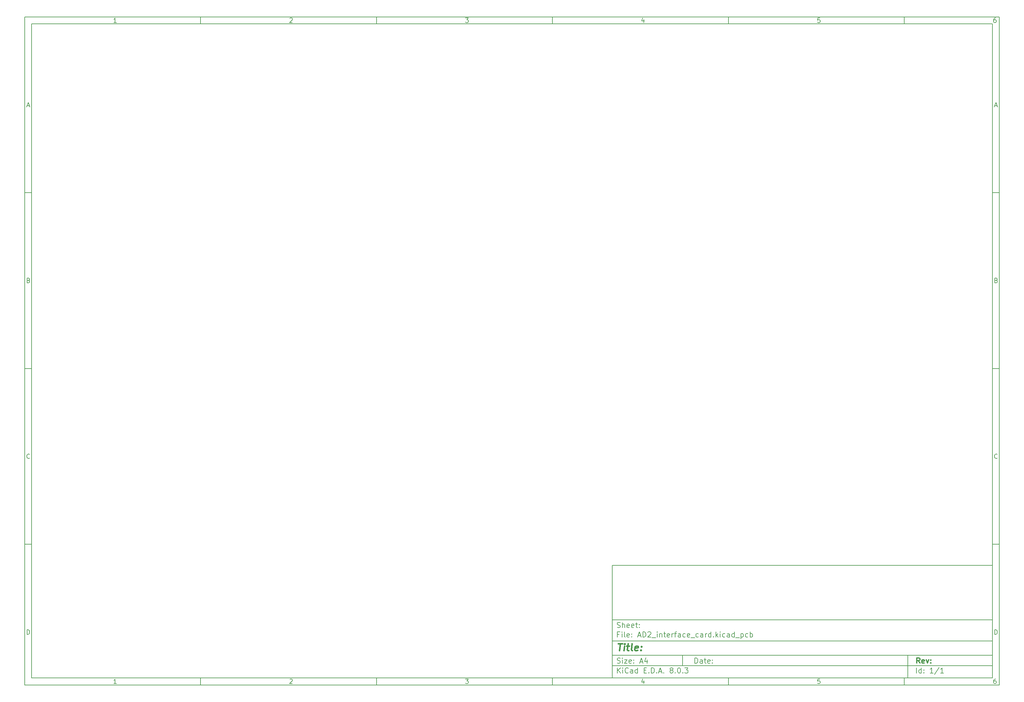
<source format=gbr>
%TF.GenerationSoftware,KiCad,Pcbnew,8.0.3*%
%TF.CreationDate,2024-12-12T12:19:01+09:00*%
%TF.ProjectId,AD2_interface_card,4144325f-696e-4746-9572-666163655f63,rev?*%
%TF.SameCoordinates,Original*%
%TF.FileFunction,Legend,Bot*%
%TF.FilePolarity,Positive*%
%FSLAX46Y46*%
G04 Gerber Fmt 4.6, Leading zero omitted, Abs format (unit mm)*
G04 Created by KiCad (PCBNEW 8.0.3) date 2024-12-12 12:19:01*
%MOMM*%
%LPD*%
G01*
G04 APERTURE LIST*
%ADD10C,0.100000*%
%ADD11C,0.150000*%
%ADD12C,0.300000*%
%ADD13C,0.400000*%
G04 APERTURE END LIST*
D10*
D11*
X177002200Y-166007200D02*
X285002200Y-166007200D01*
X285002200Y-198007200D01*
X177002200Y-198007200D01*
X177002200Y-166007200D01*
D10*
D11*
X10000000Y-10000000D02*
X287002200Y-10000000D01*
X287002200Y-200007200D01*
X10000000Y-200007200D01*
X10000000Y-10000000D01*
D10*
D11*
X12000000Y-12000000D02*
X285002200Y-12000000D01*
X285002200Y-198007200D01*
X12000000Y-198007200D01*
X12000000Y-12000000D01*
D10*
D11*
X60000000Y-12000000D02*
X60000000Y-10000000D01*
D10*
D11*
X110000000Y-12000000D02*
X110000000Y-10000000D01*
D10*
D11*
X160000000Y-12000000D02*
X160000000Y-10000000D01*
D10*
D11*
X210000000Y-12000000D02*
X210000000Y-10000000D01*
D10*
D11*
X260000000Y-12000000D02*
X260000000Y-10000000D01*
D10*
D11*
X36089160Y-11593604D02*
X35346303Y-11593604D01*
X35717731Y-11593604D02*
X35717731Y-10293604D01*
X35717731Y-10293604D02*
X35593922Y-10479319D01*
X35593922Y-10479319D02*
X35470112Y-10603128D01*
X35470112Y-10603128D02*
X35346303Y-10665033D01*
D10*
D11*
X85346303Y-10417414D02*
X85408207Y-10355509D01*
X85408207Y-10355509D02*
X85532017Y-10293604D01*
X85532017Y-10293604D02*
X85841541Y-10293604D01*
X85841541Y-10293604D02*
X85965350Y-10355509D01*
X85965350Y-10355509D02*
X86027255Y-10417414D01*
X86027255Y-10417414D02*
X86089160Y-10541223D01*
X86089160Y-10541223D02*
X86089160Y-10665033D01*
X86089160Y-10665033D02*
X86027255Y-10850747D01*
X86027255Y-10850747D02*
X85284398Y-11593604D01*
X85284398Y-11593604D02*
X86089160Y-11593604D01*
D10*
D11*
X135284398Y-10293604D02*
X136089160Y-10293604D01*
X136089160Y-10293604D02*
X135655826Y-10788842D01*
X135655826Y-10788842D02*
X135841541Y-10788842D01*
X135841541Y-10788842D02*
X135965350Y-10850747D01*
X135965350Y-10850747D02*
X136027255Y-10912652D01*
X136027255Y-10912652D02*
X136089160Y-11036461D01*
X136089160Y-11036461D02*
X136089160Y-11345985D01*
X136089160Y-11345985D02*
X136027255Y-11469795D01*
X136027255Y-11469795D02*
X135965350Y-11531700D01*
X135965350Y-11531700D02*
X135841541Y-11593604D01*
X135841541Y-11593604D02*
X135470112Y-11593604D01*
X135470112Y-11593604D02*
X135346303Y-11531700D01*
X135346303Y-11531700D02*
X135284398Y-11469795D01*
D10*
D11*
X185965350Y-10726938D02*
X185965350Y-11593604D01*
X185655826Y-10231700D02*
X185346303Y-11160271D01*
X185346303Y-11160271D02*
X186151064Y-11160271D01*
D10*
D11*
X236027255Y-10293604D02*
X235408207Y-10293604D01*
X235408207Y-10293604D02*
X235346303Y-10912652D01*
X235346303Y-10912652D02*
X235408207Y-10850747D01*
X235408207Y-10850747D02*
X235532017Y-10788842D01*
X235532017Y-10788842D02*
X235841541Y-10788842D01*
X235841541Y-10788842D02*
X235965350Y-10850747D01*
X235965350Y-10850747D02*
X236027255Y-10912652D01*
X236027255Y-10912652D02*
X236089160Y-11036461D01*
X236089160Y-11036461D02*
X236089160Y-11345985D01*
X236089160Y-11345985D02*
X236027255Y-11469795D01*
X236027255Y-11469795D02*
X235965350Y-11531700D01*
X235965350Y-11531700D02*
X235841541Y-11593604D01*
X235841541Y-11593604D02*
X235532017Y-11593604D01*
X235532017Y-11593604D02*
X235408207Y-11531700D01*
X235408207Y-11531700D02*
X235346303Y-11469795D01*
D10*
D11*
X285965350Y-10293604D02*
X285717731Y-10293604D01*
X285717731Y-10293604D02*
X285593922Y-10355509D01*
X285593922Y-10355509D02*
X285532017Y-10417414D01*
X285532017Y-10417414D02*
X285408207Y-10603128D01*
X285408207Y-10603128D02*
X285346303Y-10850747D01*
X285346303Y-10850747D02*
X285346303Y-11345985D01*
X285346303Y-11345985D02*
X285408207Y-11469795D01*
X285408207Y-11469795D02*
X285470112Y-11531700D01*
X285470112Y-11531700D02*
X285593922Y-11593604D01*
X285593922Y-11593604D02*
X285841541Y-11593604D01*
X285841541Y-11593604D02*
X285965350Y-11531700D01*
X285965350Y-11531700D02*
X286027255Y-11469795D01*
X286027255Y-11469795D02*
X286089160Y-11345985D01*
X286089160Y-11345985D02*
X286089160Y-11036461D01*
X286089160Y-11036461D02*
X286027255Y-10912652D01*
X286027255Y-10912652D02*
X285965350Y-10850747D01*
X285965350Y-10850747D02*
X285841541Y-10788842D01*
X285841541Y-10788842D02*
X285593922Y-10788842D01*
X285593922Y-10788842D02*
X285470112Y-10850747D01*
X285470112Y-10850747D02*
X285408207Y-10912652D01*
X285408207Y-10912652D02*
X285346303Y-11036461D01*
D10*
D11*
X60000000Y-198007200D02*
X60000000Y-200007200D01*
D10*
D11*
X110000000Y-198007200D02*
X110000000Y-200007200D01*
D10*
D11*
X160000000Y-198007200D02*
X160000000Y-200007200D01*
D10*
D11*
X210000000Y-198007200D02*
X210000000Y-200007200D01*
D10*
D11*
X260000000Y-198007200D02*
X260000000Y-200007200D01*
D10*
D11*
X36089160Y-199600804D02*
X35346303Y-199600804D01*
X35717731Y-199600804D02*
X35717731Y-198300804D01*
X35717731Y-198300804D02*
X35593922Y-198486519D01*
X35593922Y-198486519D02*
X35470112Y-198610328D01*
X35470112Y-198610328D02*
X35346303Y-198672233D01*
D10*
D11*
X85346303Y-198424614D02*
X85408207Y-198362709D01*
X85408207Y-198362709D02*
X85532017Y-198300804D01*
X85532017Y-198300804D02*
X85841541Y-198300804D01*
X85841541Y-198300804D02*
X85965350Y-198362709D01*
X85965350Y-198362709D02*
X86027255Y-198424614D01*
X86027255Y-198424614D02*
X86089160Y-198548423D01*
X86089160Y-198548423D02*
X86089160Y-198672233D01*
X86089160Y-198672233D02*
X86027255Y-198857947D01*
X86027255Y-198857947D02*
X85284398Y-199600804D01*
X85284398Y-199600804D02*
X86089160Y-199600804D01*
D10*
D11*
X135284398Y-198300804D02*
X136089160Y-198300804D01*
X136089160Y-198300804D02*
X135655826Y-198796042D01*
X135655826Y-198796042D02*
X135841541Y-198796042D01*
X135841541Y-198796042D02*
X135965350Y-198857947D01*
X135965350Y-198857947D02*
X136027255Y-198919852D01*
X136027255Y-198919852D02*
X136089160Y-199043661D01*
X136089160Y-199043661D02*
X136089160Y-199353185D01*
X136089160Y-199353185D02*
X136027255Y-199476995D01*
X136027255Y-199476995D02*
X135965350Y-199538900D01*
X135965350Y-199538900D02*
X135841541Y-199600804D01*
X135841541Y-199600804D02*
X135470112Y-199600804D01*
X135470112Y-199600804D02*
X135346303Y-199538900D01*
X135346303Y-199538900D02*
X135284398Y-199476995D01*
D10*
D11*
X185965350Y-198734138D02*
X185965350Y-199600804D01*
X185655826Y-198238900D02*
X185346303Y-199167471D01*
X185346303Y-199167471D02*
X186151064Y-199167471D01*
D10*
D11*
X236027255Y-198300804D02*
X235408207Y-198300804D01*
X235408207Y-198300804D02*
X235346303Y-198919852D01*
X235346303Y-198919852D02*
X235408207Y-198857947D01*
X235408207Y-198857947D02*
X235532017Y-198796042D01*
X235532017Y-198796042D02*
X235841541Y-198796042D01*
X235841541Y-198796042D02*
X235965350Y-198857947D01*
X235965350Y-198857947D02*
X236027255Y-198919852D01*
X236027255Y-198919852D02*
X236089160Y-199043661D01*
X236089160Y-199043661D02*
X236089160Y-199353185D01*
X236089160Y-199353185D02*
X236027255Y-199476995D01*
X236027255Y-199476995D02*
X235965350Y-199538900D01*
X235965350Y-199538900D02*
X235841541Y-199600804D01*
X235841541Y-199600804D02*
X235532017Y-199600804D01*
X235532017Y-199600804D02*
X235408207Y-199538900D01*
X235408207Y-199538900D02*
X235346303Y-199476995D01*
D10*
D11*
X285965350Y-198300804D02*
X285717731Y-198300804D01*
X285717731Y-198300804D02*
X285593922Y-198362709D01*
X285593922Y-198362709D02*
X285532017Y-198424614D01*
X285532017Y-198424614D02*
X285408207Y-198610328D01*
X285408207Y-198610328D02*
X285346303Y-198857947D01*
X285346303Y-198857947D02*
X285346303Y-199353185D01*
X285346303Y-199353185D02*
X285408207Y-199476995D01*
X285408207Y-199476995D02*
X285470112Y-199538900D01*
X285470112Y-199538900D02*
X285593922Y-199600804D01*
X285593922Y-199600804D02*
X285841541Y-199600804D01*
X285841541Y-199600804D02*
X285965350Y-199538900D01*
X285965350Y-199538900D02*
X286027255Y-199476995D01*
X286027255Y-199476995D02*
X286089160Y-199353185D01*
X286089160Y-199353185D02*
X286089160Y-199043661D01*
X286089160Y-199043661D02*
X286027255Y-198919852D01*
X286027255Y-198919852D02*
X285965350Y-198857947D01*
X285965350Y-198857947D02*
X285841541Y-198796042D01*
X285841541Y-198796042D02*
X285593922Y-198796042D01*
X285593922Y-198796042D02*
X285470112Y-198857947D01*
X285470112Y-198857947D02*
X285408207Y-198919852D01*
X285408207Y-198919852D02*
X285346303Y-199043661D01*
D10*
D11*
X10000000Y-60000000D02*
X12000000Y-60000000D01*
D10*
D11*
X10000000Y-110000000D02*
X12000000Y-110000000D01*
D10*
D11*
X10000000Y-160000000D02*
X12000000Y-160000000D01*
D10*
D11*
X10690476Y-35222176D02*
X11309523Y-35222176D01*
X10566666Y-35593604D02*
X10999999Y-34293604D01*
X10999999Y-34293604D02*
X11433333Y-35593604D01*
D10*
D11*
X11092857Y-84912652D02*
X11278571Y-84974557D01*
X11278571Y-84974557D02*
X11340476Y-85036461D01*
X11340476Y-85036461D02*
X11402380Y-85160271D01*
X11402380Y-85160271D02*
X11402380Y-85345985D01*
X11402380Y-85345985D02*
X11340476Y-85469795D01*
X11340476Y-85469795D02*
X11278571Y-85531700D01*
X11278571Y-85531700D02*
X11154761Y-85593604D01*
X11154761Y-85593604D02*
X10659523Y-85593604D01*
X10659523Y-85593604D02*
X10659523Y-84293604D01*
X10659523Y-84293604D02*
X11092857Y-84293604D01*
X11092857Y-84293604D02*
X11216666Y-84355509D01*
X11216666Y-84355509D02*
X11278571Y-84417414D01*
X11278571Y-84417414D02*
X11340476Y-84541223D01*
X11340476Y-84541223D02*
X11340476Y-84665033D01*
X11340476Y-84665033D02*
X11278571Y-84788842D01*
X11278571Y-84788842D02*
X11216666Y-84850747D01*
X11216666Y-84850747D02*
X11092857Y-84912652D01*
X11092857Y-84912652D02*
X10659523Y-84912652D01*
D10*
D11*
X11402380Y-135469795D02*
X11340476Y-135531700D01*
X11340476Y-135531700D02*
X11154761Y-135593604D01*
X11154761Y-135593604D02*
X11030952Y-135593604D01*
X11030952Y-135593604D02*
X10845238Y-135531700D01*
X10845238Y-135531700D02*
X10721428Y-135407890D01*
X10721428Y-135407890D02*
X10659523Y-135284080D01*
X10659523Y-135284080D02*
X10597619Y-135036461D01*
X10597619Y-135036461D02*
X10597619Y-134850747D01*
X10597619Y-134850747D02*
X10659523Y-134603128D01*
X10659523Y-134603128D02*
X10721428Y-134479319D01*
X10721428Y-134479319D02*
X10845238Y-134355509D01*
X10845238Y-134355509D02*
X11030952Y-134293604D01*
X11030952Y-134293604D02*
X11154761Y-134293604D01*
X11154761Y-134293604D02*
X11340476Y-134355509D01*
X11340476Y-134355509D02*
X11402380Y-134417414D01*
D10*
D11*
X10659523Y-185593604D02*
X10659523Y-184293604D01*
X10659523Y-184293604D02*
X10969047Y-184293604D01*
X10969047Y-184293604D02*
X11154761Y-184355509D01*
X11154761Y-184355509D02*
X11278571Y-184479319D01*
X11278571Y-184479319D02*
X11340476Y-184603128D01*
X11340476Y-184603128D02*
X11402380Y-184850747D01*
X11402380Y-184850747D02*
X11402380Y-185036461D01*
X11402380Y-185036461D02*
X11340476Y-185284080D01*
X11340476Y-185284080D02*
X11278571Y-185407890D01*
X11278571Y-185407890D02*
X11154761Y-185531700D01*
X11154761Y-185531700D02*
X10969047Y-185593604D01*
X10969047Y-185593604D02*
X10659523Y-185593604D01*
D10*
D11*
X287002200Y-60000000D02*
X285002200Y-60000000D01*
D10*
D11*
X287002200Y-110000000D02*
X285002200Y-110000000D01*
D10*
D11*
X287002200Y-160000000D02*
X285002200Y-160000000D01*
D10*
D11*
X285692676Y-35222176D02*
X286311723Y-35222176D01*
X285568866Y-35593604D02*
X286002199Y-34293604D01*
X286002199Y-34293604D02*
X286435533Y-35593604D01*
D10*
D11*
X286095057Y-84912652D02*
X286280771Y-84974557D01*
X286280771Y-84974557D02*
X286342676Y-85036461D01*
X286342676Y-85036461D02*
X286404580Y-85160271D01*
X286404580Y-85160271D02*
X286404580Y-85345985D01*
X286404580Y-85345985D02*
X286342676Y-85469795D01*
X286342676Y-85469795D02*
X286280771Y-85531700D01*
X286280771Y-85531700D02*
X286156961Y-85593604D01*
X286156961Y-85593604D02*
X285661723Y-85593604D01*
X285661723Y-85593604D02*
X285661723Y-84293604D01*
X285661723Y-84293604D02*
X286095057Y-84293604D01*
X286095057Y-84293604D02*
X286218866Y-84355509D01*
X286218866Y-84355509D02*
X286280771Y-84417414D01*
X286280771Y-84417414D02*
X286342676Y-84541223D01*
X286342676Y-84541223D02*
X286342676Y-84665033D01*
X286342676Y-84665033D02*
X286280771Y-84788842D01*
X286280771Y-84788842D02*
X286218866Y-84850747D01*
X286218866Y-84850747D02*
X286095057Y-84912652D01*
X286095057Y-84912652D02*
X285661723Y-84912652D01*
D10*
D11*
X286404580Y-135469795D02*
X286342676Y-135531700D01*
X286342676Y-135531700D02*
X286156961Y-135593604D01*
X286156961Y-135593604D02*
X286033152Y-135593604D01*
X286033152Y-135593604D02*
X285847438Y-135531700D01*
X285847438Y-135531700D02*
X285723628Y-135407890D01*
X285723628Y-135407890D02*
X285661723Y-135284080D01*
X285661723Y-135284080D02*
X285599819Y-135036461D01*
X285599819Y-135036461D02*
X285599819Y-134850747D01*
X285599819Y-134850747D02*
X285661723Y-134603128D01*
X285661723Y-134603128D02*
X285723628Y-134479319D01*
X285723628Y-134479319D02*
X285847438Y-134355509D01*
X285847438Y-134355509D02*
X286033152Y-134293604D01*
X286033152Y-134293604D02*
X286156961Y-134293604D01*
X286156961Y-134293604D02*
X286342676Y-134355509D01*
X286342676Y-134355509D02*
X286404580Y-134417414D01*
D10*
D11*
X285661723Y-185593604D02*
X285661723Y-184293604D01*
X285661723Y-184293604D02*
X285971247Y-184293604D01*
X285971247Y-184293604D02*
X286156961Y-184355509D01*
X286156961Y-184355509D02*
X286280771Y-184479319D01*
X286280771Y-184479319D02*
X286342676Y-184603128D01*
X286342676Y-184603128D02*
X286404580Y-184850747D01*
X286404580Y-184850747D02*
X286404580Y-185036461D01*
X286404580Y-185036461D02*
X286342676Y-185284080D01*
X286342676Y-185284080D02*
X286280771Y-185407890D01*
X286280771Y-185407890D02*
X286156961Y-185531700D01*
X286156961Y-185531700D02*
X285971247Y-185593604D01*
X285971247Y-185593604D02*
X285661723Y-185593604D01*
D10*
D11*
X200458026Y-193793328D02*
X200458026Y-192293328D01*
X200458026Y-192293328D02*
X200815169Y-192293328D01*
X200815169Y-192293328D02*
X201029455Y-192364757D01*
X201029455Y-192364757D02*
X201172312Y-192507614D01*
X201172312Y-192507614D02*
X201243741Y-192650471D01*
X201243741Y-192650471D02*
X201315169Y-192936185D01*
X201315169Y-192936185D02*
X201315169Y-193150471D01*
X201315169Y-193150471D02*
X201243741Y-193436185D01*
X201243741Y-193436185D02*
X201172312Y-193579042D01*
X201172312Y-193579042D02*
X201029455Y-193721900D01*
X201029455Y-193721900D02*
X200815169Y-193793328D01*
X200815169Y-193793328D02*
X200458026Y-193793328D01*
X202600884Y-193793328D02*
X202600884Y-193007614D01*
X202600884Y-193007614D02*
X202529455Y-192864757D01*
X202529455Y-192864757D02*
X202386598Y-192793328D01*
X202386598Y-192793328D02*
X202100884Y-192793328D01*
X202100884Y-192793328D02*
X201958026Y-192864757D01*
X202600884Y-193721900D02*
X202458026Y-193793328D01*
X202458026Y-193793328D02*
X202100884Y-193793328D01*
X202100884Y-193793328D02*
X201958026Y-193721900D01*
X201958026Y-193721900D02*
X201886598Y-193579042D01*
X201886598Y-193579042D02*
X201886598Y-193436185D01*
X201886598Y-193436185D02*
X201958026Y-193293328D01*
X201958026Y-193293328D02*
X202100884Y-193221900D01*
X202100884Y-193221900D02*
X202458026Y-193221900D01*
X202458026Y-193221900D02*
X202600884Y-193150471D01*
X203100884Y-192793328D02*
X203672312Y-192793328D01*
X203315169Y-192293328D02*
X203315169Y-193579042D01*
X203315169Y-193579042D02*
X203386598Y-193721900D01*
X203386598Y-193721900D02*
X203529455Y-193793328D01*
X203529455Y-193793328D02*
X203672312Y-193793328D01*
X204743741Y-193721900D02*
X204600884Y-193793328D01*
X204600884Y-193793328D02*
X204315170Y-193793328D01*
X204315170Y-193793328D02*
X204172312Y-193721900D01*
X204172312Y-193721900D02*
X204100884Y-193579042D01*
X204100884Y-193579042D02*
X204100884Y-193007614D01*
X204100884Y-193007614D02*
X204172312Y-192864757D01*
X204172312Y-192864757D02*
X204315170Y-192793328D01*
X204315170Y-192793328D02*
X204600884Y-192793328D01*
X204600884Y-192793328D02*
X204743741Y-192864757D01*
X204743741Y-192864757D02*
X204815170Y-193007614D01*
X204815170Y-193007614D02*
X204815170Y-193150471D01*
X204815170Y-193150471D02*
X204100884Y-193293328D01*
X205458026Y-193650471D02*
X205529455Y-193721900D01*
X205529455Y-193721900D02*
X205458026Y-193793328D01*
X205458026Y-193793328D02*
X205386598Y-193721900D01*
X205386598Y-193721900D02*
X205458026Y-193650471D01*
X205458026Y-193650471D02*
X205458026Y-193793328D01*
X205458026Y-192864757D02*
X205529455Y-192936185D01*
X205529455Y-192936185D02*
X205458026Y-193007614D01*
X205458026Y-193007614D02*
X205386598Y-192936185D01*
X205386598Y-192936185D02*
X205458026Y-192864757D01*
X205458026Y-192864757D02*
X205458026Y-193007614D01*
D10*
D11*
X177002200Y-194507200D02*
X285002200Y-194507200D01*
D10*
D11*
X178458026Y-196593328D02*
X178458026Y-195093328D01*
X179315169Y-196593328D02*
X178672312Y-195736185D01*
X179315169Y-195093328D02*
X178458026Y-195950471D01*
X179958026Y-196593328D02*
X179958026Y-195593328D01*
X179958026Y-195093328D02*
X179886598Y-195164757D01*
X179886598Y-195164757D02*
X179958026Y-195236185D01*
X179958026Y-195236185D02*
X180029455Y-195164757D01*
X180029455Y-195164757D02*
X179958026Y-195093328D01*
X179958026Y-195093328D02*
X179958026Y-195236185D01*
X181529455Y-196450471D02*
X181458027Y-196521900D01*
X181458027Y-196521900D02*
X181243741Y-196593328D01*
X181243741Y-196593328D02*
X181100884Y-196593328D01*
X181100884Y-196593328D02*
X180886598Y-196521900D01*
X180886598Y-196521900D02*
X180743741Y-196379042D01*
X180743741Y-196379042D02*
X180672312Y-196236185D01*
X180672312Y-196236185D02*
X180600884Y-195950471D01*
X180600884Y-195950471D02*
X180600884Y-195736185D01*
X180600884Y-195736185D02*
X180672312Y-195450471D01*
X180672312Y-195450471D02*
X180743741Y-195307614D01*
X180743741Y-195307614D02*
X180886598Y-195164757D01*
X180886598Y-195164757D02*
X181100884Y-195093328D01*
X181100884Y-195093328D02*
X181243741Y-195093328D01*
X181243741Y-195093328D02*
X181458027Y-195164757D01*
X181458027Y-195164757D02*
X181529455Y-195236185D01*
X182815170Y-196593328D02*
X182815170Y-195807614D01*
X182815170Y-195807614D02*
X182743741Y-195664757D01*
X182743741Y-195664757D02*
X182600884Y-195593328D01*
X182600884Y-195593328D02*
X182315170Y-195593328D01*
X182315170Y-195593328D02*
X182172312Y-195664757D01*
X182815170Y-196521900D02*
X182672312Y-196593328D01*
X182672312Y-196593328D02*
X182315170Y-196593328D01*
X182315170Y-196593328D02*
X182172312Y-196521900D01*
X182172312Y-196521900D02*
X182100884Y-196379042D01*
X182100884Y-196379042D02*
X182100884Y-196236185D01*
X182100884Y-196236185D02*
X182172312Y-196093328D01*
X182172312Y-196093328D02*
X182315170Y-196021900D01*
X182315170Y-196021900D02*
X182672312Y-196021900D01*
X182672312Y-196021900D02*
X182815170Y-195950471D01*
X184172313Y-196593328D02*
X184172313Y-195093328D01*
X184172313Y-196521900D02*
X184029455Y-196593328D01*
X184029455Y-196593328D02*
X183743741Y-196593328D01*
X183743741Y-196593328D02*
X183600884Y-196521900D01*
X183600884Y-196521900D02*
X183529455Y-196450471D01*
X183529455Y-196450471D02*
X183458027Y-196307614D01*
X183458027Y-196307614D02*
X183458027Y-195879042D01*
X183458027Y-195879042D02*
X183529455Y-195736185D01*
X183529455Y-195736185D02*
X183600884Y-195664757D01*
X183600884Y-195664757D02*
X183743741Y-195593328D01*
X183743741Y-195593328D02*
X184029455Y-195593328D01*
X184029455Y-195593328D02*
X184172313Y-195664757D01*
X186029455Y-195807614D02*
X186529455Y-195807614D01*
X186743741Y-196593328D02*
X186029455Y-196593328D01*
X186029455Y-196593328D02*
X186029455Y-195093328D01*
X186029455Y-195093328D02*
X186743741Y-195093328D01*
X187386598Y-196450471D02*
X187458027Y-196521900D01*
X187458027Y-196521900D02*
X187386598Y-196593328D01*
X187386598Y-196593328D02*
X187315170Y-196521900D01*
X187315170Y-196521900D02*
X187386598Y-196450471D01*
X187386598Y-196450471D02*
X187386598Y-196593328D01*
X188100884Y-196593328D02*
X188100884Y-195093328D01*
X188100884Y-195093328D02*
X188458027Y-195093328D01*
X188458027Y-195093328D02*
X188672313Y-195164757D01*
X188672313Y-195164757D02*
X188815170Y-195307614D01*
X188815170Y-195307614D02*
X188886599Y-195450471D01*
X188886599Y-195450471D02*
X188958027Y-195736185D01*
X188958027Y-195736185D02*
X188958027Y-195950471D01*
X188958027Y-195950471D02*
X188886599Y-196236185D01*
X188886599Y-196236185D02*
X188815170Y-196379042D01*
X188815170Y-196379042D02*
X188672313Y-196521900D01*
X188672313Y-196521900D02*
X188458027Y-196593328D01*
X188458027Y-196593328D02*
X188100884Y-196593328D01*
X189600884Y-196450471D02*
X189672313Y-196521900D01*
X189672313Y-196521900D02*
X189600884Y-196593328D01*
X189600884Y-196593328D02*
X189529456Y-196521900D01*
X189529456Y-196521900D02*
X189600884Y-196450471D01*
X189600884Y-196450471D02*
X189600884Y-196593328D01*
X190243742Y-196164757D02*
X190958028Y-196164757D01*
X190100885Y-196593328D02*
X190600885Y-195093328D01*
X190600885Y-195093328D02*
X191100885Y-196593328D01*
X191600884Y-196450471D02*
X191672313Y-196521900D01*
X191672313Y-196521900D02*
X191600884Y-196593328D01*
X191600884Y-196593328D02*
X191529456Y-196521900D01*
X191529456Y-196521900D02*
X191600884Y-196450471D01*
X191600884Y-196450471D02*
X191600884Y-196593328D01*
X193672313Y-195736185D02*
X193529456Y-195664757D01*
X193529456Y-195664757D02*
X193458027Y-195593328D01*
X193458027Y-195593328D02*
X193386599Y-195450471D01*
X193386599Y-195450471D02*
X193386599Y-195379042D01*
X193386599Y-195379042D02*
X193458027Y-195236185D01*
X193458027Y-195236185D02*
X193529456Y-195164757D01*
X193529456Y-195164757D02*
X193672313Y-195093328D01*
X193672313Y-195093328D02*
X193958027Y-195093328D01*
X193958027Y-195093328D02*
X194100885Y-195164757D01*
X194100885Y-195164757D02*
X194172313Y-195236185D01*
X194172313Y-195236185D02*
X194243742Y-195379042D01*
X194243742Y-195379042D02*
X194243742Y-195450471D01*
X194243742Y-195450471D02*
X194172313Y-195593328D01*
X194172313Y-195593328D02*
X194100885Y-195664757D01*
X194100885Y-195664757D02*
X193958027Y-195736185D01*
X193958027Y-195736185D02*
X193672313Y-195736185D01*
X193672313Y-195736185D02*
X193529456Y-195807614D01*
X193529456Y-195807614D02*
X193458027Y-195879042D01*
X193458027Y-195879042D02*
X193386599Y-196021900D01*
X193386599Y-196021900D02*
X193386599Y-196307614D01*
X193386599Y-196307614D02*
X193458027Y-196450471D01*
X193458027Y-196450471D02*
X193529456Y-196521900D01*
X193529456Y-196521900D02*
X193672313Y-196593328D01*
X193672313Y-196593328D02*
X193958027Y-196593328D01*
X193958027Y-196593328D02*
X194100885Y-196521900D01*
X194100885Y-196521900D02*
X194172313Y-196450471D01*
X194172313Y-196450471D02*
X194243742Y-196307614D01*
X194243742Y-196307614D02*
X194243742Y-196021900D01*
X194243742Y-196021900D02*
X194172313Y-195879042D01*
X194172313Y-195879042D02*
X194100885Y-195807614D01*
X194100885Y-195807614D02*
X193958027Y-195736185D01*
X194886598Y-196450471D02*
X194958027Y-196521900D01*
X194958027Y-196521900D02*
X194886598Y-196593328D01*
X194886598Y-196593328D02*
X194815170Y-196521900D01*
X194815170Y-196521900D02*
X194886598Y-196450471D01*
X194886598Y-196450471D02*
X194886598Y-196593328D01*
X195886599Y-195093328D02*
X196029456Y-195093328D01*
X196029456Y-195093328D02*
X196172313Y-195164757D01*
X196172313Y-195164757D02*
X196243742Y-195236185D01*
X196243742Y-195236185D02*
X196315170Y-195379042D01*
X196315170Y-195379042D02*
X196386599Y-195664757D01*
X196386599Y-195664757D02*
X196386599Y-196021900D01*
X196386599Y-196021900D02*
X196315170Y-196307614D01*
X196315170Y-196307614D02*
X196243742Y-196450471D01*
X196243742Y-196450471D02*
X196172313Y-196521900D01*
X196172313Y-196521900D02*
X196029456Y-196593328D01*
X196029456Y-196593328D02*
X195886599Y-196593328D01*
X195886599Y-196593328D02*
X195743742Y-196521900D01*
X195743742Y-196521900D02*
X195672313Y-196450471D01*
X195672313Y-196450471D02*
X195600884Y-196307614D01*
X195600884Y-196307614D02*
X195529456Y-196021900D01*
X195529456Y-196021900D02*
X195529456Y-195664757D01*
X195529456Y-195664757D02*
X195600884Y-195379042D01*
X195600884Y-195379042D02*
X195672313Y-195236185D01*
X195672313Y-195236185D02*
X195743742Y-195164757D01*
X195743742Y-195164757D02*
X195886599Y-195093328D01*
X197029455Y-196450471D02*
X197100884Y-196521900D01*
X197100884Y-196521900D02*
X197029455Y-196593328D01*
X197029455Y-196593328D02*
X196958027Y-196521900D01*
X196958027Y-196521900D02*
X197029455Y-196450471D01*
X197029455Y-196450471D02*
X197029455Y-196593328D01*
X197600884Y-195093328D02*
X198529456Y-195093328D01*
X198529456Y-195093328D02*
X198029456Y-195664757D01*
X198029456Y-195664757D02*
X198243741Y-195664757D01*
X198243741Y-195664757D02*
X198386599Y-195736185D01*
X198386599Y-195736185D02*
X198458027Y-195807614D01*
X198458027Y-195807614D02*
X198529456Y-195950471D01*
X198529456Y-195950471D02*
X198529456Y-196307614D01*
X198529456Y-196307614D02*
X198458027Y-196450471D01*
X198458027Y-196450471D02*
X198386599Y-196521900D01*
X198386599Y-196521900D02*
X198243741Y-196593328D01*
X198243741Y-196593328D02*
X197815170Y-196593328D01*
X197815170Y-196593328D02*
X197672313Y-196521900D01*
X197672313Y-196521900D02*
X197600884Y-196450471D01*
D10*
D11*
X177002200Y-191507200D02*
X285002200Y-191507200D01*
D10*
D12*
X264413853Y-193785528D02*
X263913853Y-193071242D01*
X263556710Y-193785528D02*
X263556710Y-192285528D01*
X263556710Y-192285528D02*
X264128139Y-192285528D01*
X264128139Y-192285528D02*
X264270996Y-192356957D01*
X264270996Y-192356957D02*
X264342425Y-192428385D01*
X264342425Y-192428385D02*
X264413853Y-192571242D01*
X264413853Y-192571242D02*
X264413853Y-192785528D01*
X264413853Y-192785528D02*
X264342425Y-192928385D01*
X264342425Y-192928385D02*
X264270996Y-192999814D01*
X264270996Y-192999814D02*
X264128139Y-193071242D01*
X264128139Y-193071242D02*
X263556710Y-193071242D01*
X265628139Y-193714100D02*
X265485282Y-193785528D01*
X265485282Y-193785528D02*
X265199568Y-193785528D01*
X265199568Y-193785528D02*
X265056710Y-193714100D01*
X265056710Y-193714100D02*
X264985282Y-193571242D01*
X264985282Y-193571242D02*
X264985282Y-192999814D01*
X264985282Y-192999814D02*
X265056710Y-192856957D01*
X265056710Y-192856957D02*
X265199568Y-192785528D01*
X265199568Y-192785528D02*
X265485282Y-192785528D01*
X265485282Y-192785528D02*
X265628139Y-192856957D01*
X265628139Y-192856957D02*
X265699568Y-192999814D01*
X265699568Y-192999814D02*
X265699568Y-193142671D01*
X265699568Y-193142671D02*
X264985282Y-193285528D01*
X266199567Y-192785528D02*
X266556710Y-193785528D01*
X266556710Y-193785528D02*
X266913853Y-192785528D01*
X267485281Y-193642671D02*
X267556710Y-193714100D01*
X267556710Y-193714100D02*
X267485281Y-193785528D01*
X267485281Y-193785528D02*
X267413853Y-193714100D01*
X267413853Y-193714100D02*
X267485281Y-193642671D01*
X267485281Y-193642671D02*
X267485281Y-193785528D01*
X267485281Y-192856957D02*
X267556710Y-192928385D01*
X267556710Y-192928385D02*
X267485281Y-192999814D01*
X267485281Y-192999814D02*
X267413853Y-192928385D01*
X267413853Y-192928385D02*
X267485281Y-192856957D01*
X267485281Y-192856957D02*
X267485281Y-192999814D01*
D10*
D11*
X178386598Y-193721900D02*
X178600884Y-193793328D01*
X178600884Y-193793328D02*
X178958026Y-193793328D01*
X178958026Y-193793328D02*
X179100884Y-193721900D01*
X179100884Y-193721900D02*
X179172312Y-193650471D01*
X179172312Y-193650471D02*
X179243741Y-193507614D01*
X179243741Y-193507614D02*
X179243741Y-193364757D01*
X179243741Y-193364757D02*
X179172312Y-193221900D01*
X179172312Y-193221900D02*
X179100884Y-193150471D01*
X179100884Y-193150471D02*
X178958026Y-193079042D01*
X178958026Y-193079042D02*
X178672312Y-193007614D01*
X178672312Y-193007614D02*
X178529455Y-192936185D01*
X178529455Y-192936185D02*
X178458026Y-192864757D01*
X178458026Y-192864757D02*
X178386598Y-192721900D01*
X178386598Y-192721900D02*
X178386598Y-192579042D01*
X178386598Y-192579042D02*
X178458026Y-192436185D01*
X178458026Y-192436185D02*
X178529455Y-192364757D01*
X178529455Y-192364757D02*
X178672312Y-192293328D01*
X178672312Y-192293328D02*
X179029455Y-192293328D01*
X179029455Y-192293328D02*
X179243741Y-192364757D01*
X179886597Y-193793328D02*
X179886597Y-192793328D01*
X179886597Y-192293328D02*
X179815169Y-192364757D01*
X179815169Y-192364757D02*
X179886597Y-192436185D01*
X179886597Y-192436185D02*
X179958026Y-192364757D01*
X179958026Y-192364757D02*
X179886597Y-192293328D01*
X179886597Y-192293328D02*
X179886597Y-192436185D01*
X180458026Y-192793328D02*
X181243741Y-192793328D01*
X181243741Y-192793328D02*
X180458026Y-193793328D01*
X180458026Y-193793328D02*
X181243741Y-193793328D01*
X182386598Y-193721900D02*
X182243741Y-193793328D01*
X182243741Y-193793328D02*
X181958027Y-193793328D01*
X181958027Y-193793328D02*
X181815169Y-193721900D01*
X181815169Y-193721900D02*
X181743741Y-193579042D01*
X181743741Y-193579042D02*
X181743741Y-193007614D01*
X181743741Y-193007614D02*
X181815169Y-192864757D01*
X181815169Y-192864757D02*
X181958027Y-192793328D01*
X181958027Y-192793328D02*
X182243741Y-192793328D01*
X182243741Y-192793328D02*
X182386598Y-192864757D01*
X182386598Y-192864757D02*
X182458027Y-193007614D01*
X182458027Y-193007614D02*
X182458027Y-193150471D01*
X182458027Y-193150471D02*
X181743741Y-193293328D01*
X183100883Y-193650471D02*
X183172312Y-193721900D01*
X183172312Y-193721900D02*
X183100883Y-193793328D01*
X183100883Y-193793328D02*
X183029455Y-193721900D01*
X183029455Y-193721900D02*
X183100883Y-193650471D01*
X183100883Y-193650471D02*
X183100883Y-193793328D01*
X183100883Y-192864757D02*
X183172312Y-192936185D01*
X183172312Y-192936185D02*
X183100883Y-193007614D01*
X183100883Y-193007614D02*
X183029455Y-192936185D01*
X183029455Y-192936185D02*
X183100883Y-192864757D01*
X183100883Y-192864757D02*
X183100883Y-193007614D01*
X184886598Y-193364757D02*
X185600884Y-193364757D01*
X184743741Y-193793328D02*
X185243741Y-192293328D01*
X185243741Y-192293328D02*
X185743741Y-193793328D01*
X186886598Y-192793328D02*
X186886598Y-193793328D01*
X186529455Y-192221900D02*
X186172312Y-193293328D01*
X186172312Y-193293328D02*
X187100883Y-193293328D01*
D10*
D11*
X263458026Y-196593328D02*
X263458026Y-195093328D01*
X264815170Y-196593328D02*
X264815170Y-195093328D01*
X264815170Y-196521900D02*
X264672312Y-196593328D01*
X264672312Y-196593328D02*
X264386598Y-196593328D01*
X264386598Y-196593328D02*
X264243741Y-196521900D01*
X264243741Y-196521900D02*
X264172312Y-196450471D01*
X264172312Y-196450471D02*
X264100884Y-196307614D01*
X264100884Y-196307614D02*
X264100884Y-195879042D01*
X264100884Y-195879042D02*
X264172312Y-195736185D01*
X264172312Y-195736185D02*
X264243741Y-195664757D01*
X264243741Y-195664757D02*
X264386598Y-195593328D01*
X264386598Y-195593328D02*
X264672312Y-195593328D01*
X264672312Y-195593328D02*
X264815170Y-195664757D01*
X265529455Y-196450471D02*
X265600884Y-196521900D01*
X265600884Y-196521900D02*
X265529455Y-196593328D01*
X265529455Y-196593328D02*
X265458027Y-196521900D01*
X265458027Y-196521900D02*
X265529455Y-196450471D01*
X265529455Y-196450471D02*
X265529455Y-196593328D01*
X265529455Y-195664757D02*
X265600884Y-195736185D01*
X265600884Y-195736185D02*
X265529455Y-195807614D01*
X265529455Y-195807614D02*
X265458027Y-195736185D01*
X265458027Y-195736185D02*
X265529455Y-195664757D01*
X265529455Y-195664757D02*
X265529455Y-195807614D01*
X268172313Y-196593328D02*
X267315170Y-196593328D01*
X267743741Y-196593328D02*
X267743741Y-195093328D01*
X267743741Y-195093328D02*
X267600884Y-195307614D01*
X267600884Y-195307614D02*
X267458027Y-195450471D01*
X267458027Y-195450471D02*
X267315170Y-195521900D01*
X269886598Y-195021900D02*
X268600884Y-196950471D01*
X271172313Y-196593328D02*
X270315170Y-196593328D01*
X270743741Y-196593328D02*
X270743741Y-195093328D01*
X270743741Y-195093328D02*
X270600884Y-195307614D01*
X270600884Y-195307614D02*
X270458027Y-195450471D01*
X270458027Y-195450471D02*
X270315170Y-195521900D01*
D10*
D11*
X177002200Y-187507200D02*
X285002200Y-187507200D01*
D10*
D13*
X178693928Y-188211638D02*
X179836785Y-188211638D01*
X179015357Y-190211638D02*
X179265357Y-188211638D01*
X180253452Y-190211638D02*
X180420119Y-188878304D01*
X180503452Y-188211638D02*
X180396309Y-188306876D01*
X180396309Y-188306876D02*
X180479643Y-188402114D01*
X180479643Y-188402114D02*
X180586786Y-188306876D01*
X180586786Y-188306876D02*
X180503452Y-188211638D01*
X180503452Y-188211638D02*
X180479643Y-188402114D01*
X181086786Y-188878304D02*
X181848690Y-188878304D01*
X181455833Y-188211638D02*
X181241548Y-189925923D01*
X181241548Y-189925923D02*
X181312976Y-190116400D01*
X181312976Y-190116400D02*
X181491548Y-190211638D01*
X181491548Y-190211638D02*
X181682024Y-190211638D01*
X182634405Y-190211638D02*
X182455833Y-190116400D01*
X182455833Y-190116400D02*
X182384405Y-189925923D01*
X182384405Y-189925923D02*
X182598690Y-188211638D01*
X184170119Y-190116400D02*
X183967738Y-190211638D01*
X183967738Y-190211638D02*
X183586785Y-190211638D01*
X183586785Y-190211638D02*
X183408214Y-190116400D01*
X183408214Y-190116400D02*
X183336785Y-189925923D01*
X183336785Y-189925923D02*
X183432024Y-189164019D01*
X183432024Y-189164019D02*
X183551071Y-188973542D01*
X183551071Y-188973542D02*
X183753452Y-188878304D01*
X183753452Y-188878304D02*
X184134404Y-188878304D01*
X184134404Y-188878304D02*
X184312976Y-188973542D01*
X184312976Y-188973542D02*
X184384404Y-189164019D01*
X184384404Y-189164019D02*
X184360595Y-189354495D01*
X184360595Y-189354495D02*
X183384404Y-189544971D01*
X185134405Y-190021161D02*
X185217738Y-190116400D01*
X185217738Y-190116400D02*
X185110595Y-190211638D01*
X185110595Y-190211638D02*
X185027262Y-190116400D01*
X185027262Y-190116400D02*
X185134405Y-190021161D01*
X185134405Y-190021161D02*
X185110595Y-190211638D01*
X185265357Y-188973542D02*
X185348690Y-189068780D01*
X185348690Y-189068780D02*
X185241548Y-189164019D01*
X185241548Y-189164019D02*
X185158214Y-189068780D01*
X185158214Y-189068780D02*
X185265357Y-188973542D01*
X185265357Y-188973542D02*
X185241548Y-189164019D01*
D10*
D11*
X178958026Y-185607614D02*
X178458026Y-185607614D01*
X178458026Y-186393328D02*
X178458026Y-184893328D01*
X178458026Y-184893328D02*
X179172312Y-184893328D01*
X179743740Y-186393328D02*
X179743740Y-185393328D01*
X179743740Y-184893328D02*
X179672312Y-184964757D01*
X179672312Y-184964757D02*
X179743740Y-185036185D01*
X179743740Y-185036185D02*
X179815169Y-184964757D01*
X179815169Y-184964757D02*
X179743740Y-184893328D01*
X179743740Y-184893328D02*
X179743740Y-185036185D01*
X180672312Y-186393328D02*
X180529455Y-186321900D01*
X180529455Y-186321900D02*
X180458026Y-186179042D01*
X180458026Y-186179042D02*
X180458026Y-184893328D01*
X181815169Y-186321900D02*
X181672312Y-186393328D01*
X181672312Y-186393328D02*
X181386598Y-186393328D01*
X181386598Y-186393328D02*
X181243740Y-186321900D01*
X181243740Y-186321900D02*
X181172312Y-186179042D01*
X181172312Y-186179042D02*
X181172312Y-185607614D01*
X181172312Y-185607614D02*
X181243740Y-185464757D01*
X181243740Y-185464757D02*
X181386598Y-185393328D01*
X181386598Y-185393328D02*
X181672312Y-185393328D01*
X181672312Y-185393328D02*
X181815169Y-185464757D01*
X181815169Y-185464757D02*
X181886598Y-185607614D01*
X181886598Y-185607614D02*
X181886598Y-185750471D01*
X181886598Y-185750471D02*
X181172312Y-185893328D01*
X182529454Y-186250471D02*
X182600883Y-186321900D01*
X182600883Y-186321900D02*
X182529454Y-186393328D01*
X182529454Y-186393328D02*
X182458026Y-186321900D01*
X182458026Y-186321900D02*
X182529454Y-186250471D01*
X182529454Y-186250471D02*
X182529454Y-186393328D01*
X182529454Y-185464757D02*
X182600883Y-185536185D01*
X182600883Y-185536185D02*
X182529454Y-185607614D01*
X182529454Y-185607614D02*
X182458026Y-185536185D01*
X182458026Y-185536185D02*
X182529454Y-185464757D01*
X182529454Y-185464757D02*
X182529454Y-185607614D01*
X184315169Y-185964757D02*
X185029455Y-185964757D01*
X184172312Y-186393328D02*
X184672312Y-184893328D01*
X184672312Y-184893328D02*
X185172312Y-186393328D01*
X185672311Y-186393328D02*
X185672311Y-184893328D01*
X185672311Y-184893328D02*
X186029454Y-184893328D01*
X186029454Y-184893328D02*
X186243740Y-184964757D01*
X186243740Y-184964757D02*
X186386597Y-185107614D01*
X186386597Y-185107614D02*
X186458026Y-185250471D01*
X186458026Y-185250471D02*
X186529454Y-185536185D01*
X186529454Y-185536185D02*
X186529454Y-185750471D01*
X186529454Y-185750471D02*
X186458026Y-186036185D01*
X186458026Y-186036185D02*
X186386597Y-186179042D01*
X186386597Y-186179042D02*
X186243740Y-186321900D01*
X186243740Y-186321900D02*
X186029454Y-186393328D01*
X186029454Y-186393328D02*
X185672311Y-186393328D01*
X187100883Y-185036185D02*
X187172311Y-184964757D01*
X187172311Y-184964757D02*
X187315169Y-184893328D01*
X187315169Y-184893328D02*
X187672311Y-184893328D01*
X187672311Y-184893328D02*
X187815169Y-184964757D01*
X187815169Y-184964757D02*
X187886597Y-185036185D01*
X187886597Y-185036185D02*
X187958026Y-185179042D01*
X187958026Y-185179042D02*
X187958026Y-185321900D01*
X187958026Y-185321900D02*
X187886597Y-185536185D01*
X187886597Y-185536185D02*
X187029454Y-186393328D01*
X187029454Y-186393328D02*
X187958026Y-186393328D01*
X188243740Y-186536185D02*
X189386597Y-186536185D01*
X189743739Y-186393328D02*
X189743739Y-185393328D01*
X189743739Y-184893328D02*
X189672311Y-184964757D01*
X189672311Y-184964757D02*
X189743739Y-185036185D01*
X189743739Y-185036185D02*
X189815168Y-184964757D01*
X189815168Y-184964757D02*
X189743739Y-184893328D01*
X189743739Y-184893328D02*
X189743739Y-185036185D01*
X190458025Y-185393328D02*
X190458025Y-186393328D01*
X190458025Y-185536185D02*
X190529454Y-185464757D01*
X190529454Y-185464757D02*
X190672311Y-185393328D01*
X190672311Y-185393328D02*
X190886597Y-185393328D01*
X190886597Y-185393328D02*
X191029454Y-185464757D01*
X191029454Y-185464757D02*
X191100883Y-185607614D01*
X191100883Y-185607614D02*
X191100883Y-186393328D01*
X191600883Y-185393328D02*
X192172311Y-185393328D01*
X191815168Y-184893328D02*
X191815168Y-186179042D01*
X191815168Y-186179042D02*
X191886597Y-186321900D01*
X191886597Y-186321900D02*
X192029454Y-186393328D01*
X192029454Y-186393328D02*
X192172311Y-186393328D01*
X193243740Y-186321900D02*
X193100883Y-186393328D01*
X193100883Y-186393328D02*
X192815169Y-186393328D01*
X192815169Y-186393328D02*
X192672311Y-186321900D01*
X192672311Y-186321900D02*
X192600883Y-186179042D01*
X192600883Y-186179042D02*
X192600883Y-185607614D01*
X192600883Y-185607614D02*
X192672311Y-185464757D01*
X192672311Y-185464757D02*
X192815169Y-185393328D01*
X192815169Y-185393328D02*
X193100883Y-185393328D01*
X193100883Y-185393328D02*
X193243740Y-185464757D01*
X193243740Y-185464757D02*
X193315169Y-185607614D01*
X193315169Y-185607614D02*
X193315169Y-185750471D01*
X193315169Y-185750471D02*
X192600883Y-185893328D01*
X193958025Y-186393328D02*
X193958025Y-185393328D01*
X193958025Y-185679042D02*
X194029454Y-185536185D01*
X194029454Y-185536185D02*
X194100883Y-185464757D01*
X194100883Y-185464757D02*
X194243740Y-185393328D01*
X194243740Y-185393328D02*
X194386597Y-185393328D01*
X194672311Y-185393328D02*
X195243739Y-185393328D01*
X194886596Y-186393328D02*
X194886596Y-185107614D01*
X194886596Y-185107614D02*
X194958025Y-184964757D01*
X194958025Y-184964757D02*
X195100882Y-184893328D01*
X195100882Y-184893328D02*
X195243739Y-184893328D01*
X196386597Y-186393328D02*
X196386597Y-185607614D01*
X196386597Y-185607614D02*
X196315168Y-185464757D01*
X196315168Y-185464757D02*
X196172311Y-185393328D01*
X196172311Y-185393328D02*
X195886597Y-185393328D01*
X195886597Y-185393328D02*
X195743739Y-185464757D01*
X196386597Y-186321900D02*
X196243739Y-186393328D01*
X196243739Y-186393328D02*
X195886597Y-186393328D01*
X195886597Y-186393328D02*
X195743739Y-186321900D01*
X195743739Y-186321900D02*
X195672311Y-186179042D01*
X195672311Y-186179042D02*
X195672311Y-186036185D01*
X195672311Y-186036185D02*
X195743739Y-185893328D01*
X195743739Y-185893328D02*
X195886597Y-185821900D01*
X195886597Y-185821900D02*
X196243739Y-185821900D01*
X196243739Y-185821900D02*
X196386597Y-185750471D01*
X197743740Y-186321900D02*
X197600882Y-186393328D01*
X197600882Y-186393328D02*
X197315168Y-186393328D01*
X197315168Y-186393328D02*
X197172311Y-186321900D01*
X197172311Y-186321900D02*
X197100882Y-186250471D01*
X197100882Y-186250471D02*
X197029454Y-186107614D01*
X197029454Y-186107614D02*
X197029454Y-185679042D01*
X197029454Y-185679042D02*
X197100882Y-185536185D01*
X197100882Y-185536185D02*
X197172311Y-185464757D01*
X197172311Y-185464757D02*
X197315168Y-185393328D01*
X197315168Y-185393328D02*
X197600882Y-185393328D01*
X197600882Y-185393328D02*
X197743740Y-185464757D01*
X198958025Y-186321900D02*
X198815168Y-186393328D01*
X198815168Y-186393328D02*
X198529454Y-186393328D01*
X198529454Y-186393328D02*
X198386596Y-186321900D01*
X198386596Y-186321900D02*
X198315168Y-186179042D01*
X198315168Y-186179042D02*
X198315168Y-185607614D01*
X198315168Y-185607614D02*
X198386596Y-185464757D01*
X198386596Y-185464757D02*
X198529454Y-185393328D01*
X198529454Y-185393328D02*
X198815168Y-185393328D01*
X198815168Y-185393328D02*
X198958025Y-185464757D01*
X198958025Y-185464757D02*
X199029454Y-185607614D01*
X199029454Y-185607614D02*
X199029454Y-185750471D01*
X199029454Y-185750471D02*
X198315168Y-185893328D01*
X199315168Y-186536185D02*
X200458025Y-186536185D01*
X201458025Y-186321900D02*
X201315167Y-186393328D01*
X201315167Y-186393328D02*
X201029453Y-186393328D01*
X201029453Y-186393328D02*
X200886596Y-186321900D01*
X200886596Y-186321900D02*
X200815167Y-186250471D01*
X200815167Y-186250471D02*
X200743739Y-186107614D01*
X200743739Y-186107614D02*
X200743739Y-185679042D01*
X200743739Y-185679042D02*
X200815167Y-185536185D01*
X200815167Y-185536185D02*
X200886596Y-185464757D01*
X200886596Y-185464757D02*
X201029453Y-185393328D01*
X201029453Y-185393328D02*
X201315167Y-185393328D01*
X201315167Y-185393328D02*
X201458025Y-185464757D01*
X202743739Y-186393328D02*
X202743739Y-185607614D01*
X202743739Y-185607614D02*
X202672310Y-185464757D01*
X202672310Y-185464757D02*
X202529453Y-185393328D01*
X202529453Y-185393328D02*
X202243739Y-185393328D01*
X202243739Y-185393328D02*
X202100881Y-185464757D01*
X202743739Y-186321900D02*
X202600881Y-186393328D01*
X202600881Y-186393328D02*
X202243739Y-186393328D01*
X202243739Y-186393328D02*
X202100881Y-186321900D01*
X202100881Y-186321900D02*
X202029453Y-186179042D01*
X202029453Y-186179042D02*
X202029453Y-186036185D01*
X202029453Y-186036185D02*
X202100881Y-185893328D01*
X202100881Y-185893328D02*
X202243739Y-185821900D01*
X202243739Y-185821900D02*
X202600881Y-185821900D01*
X202600881Y-185821900D02*
X202743739Y-185750471D01*
X203458024Y-186393328D02*
X203458024Y-185393328D01*
X203458024Y-185679042D02*
X203529453Y-185536185D01*
X203529453Y-185536185D02*
X203600882Y-185464757D01*
X203600882Y-185464757D02*
X203743739Y-185393328D01*
X203743739Y-185393328D02*
X203886596Y-185393328D01*
X205029453Y-186393328D02*
X205029453Y-184893328D01*
X205029453Y-186321900D02*
X204886595Y-186393328D01*
X204886595Y-186393328D02*
X204600881Y-186393328D01*
X204600881Y-186393328D02*
X204458024Y-186321900D01*
X204458024Y-186321900D02*
X204386595Y-186250471D01*
X204386595Y-186250471D02*
X204315167Y-186107614D01*
X204315167Y-186107614D02*
X204315167Y-185679042D01*
X204315167Y-185679042D02*
X204386595Y-185536185D01*
X204386595Y-185536185D02*
X204458024Y-185464757D01*
X204458024Y-185464757D02*
X204600881Y-185393328D01*
X204600881Y-185393328D02*
X204886595Y-185393328D01*
X204886595Y-185393328D02*
X205029453Y-185464757D01*
X205743738Y-186250471D02*
X205815167Y-186321900D01*
X205815167Y-186321900D02*
X205743738Y-186393328D01*
X205743738Y-186393328D02*
X205672310Y-186321900D01*
X205672310Y-186321900D02*
X205743738Y-186250471D01*
X205743738Y-186250471D02*
X205743738Y-186393328D01*
X206458024Y-186393328D02*
X206458024Y-184893328D01*
X206600882Y-185821900D02*
X207029453Y-186393328D01*
X207029453Y-185393328D02*
X206458024Y-185964757D01*
X207672310Y-186393328D02*
X207672310Y-185393328D01*
X207672310Y-184893328D02*
X207600882Y-184964757D01*
X207600882Y-184964757D02*
X207672310Y-185036185D01*
X207672310Y-185036185D02*
X207743739Y-184964757D01*
X207743739Y-184964757D02*
X207672310Y-184893328D01*
X207672310Y-184893328D02*
X207672310Y-185036185D01*
X209029454Y-186321900D02*
X208886596Y-186393328D01*
X208886596Y-186393328D02*
X208600882Y-186393328D01*
X208600882Y-186393328D02*
X208458025Y-186321900D01*
X208458025Y-186321900D02*
X208386596Y-186250471D01*
X208386596Y-186250471D02*
X208315168Y-186107614D01*
X208315168Y-186107614D02*
X208315168Y-185679042D01*
X208315168Y-185679042D02*
X208386596Y-185536185D01*
X208386596Y-185536185D02*
X208458025Y-185464757D01*
X208458025Y-185464757D02*
X208600882Y-185393328D01*
X208600882Y-185393328D02*
X208886596Y-185393328D01*
X208886596Y-185393328D02*
X209029454Y-185464757D01*
X210315168Y-186393328D02*
X210315168Y-185607614D01*
X210315168Y-185607614D02*
X210243739Y-185464757D01*
X210243739Y-185464757D02*
X210100882Y-185393328D01*
X210100882Y-185393328D02*
X209815168Y-185393328D01*
X209815168Y-185393328D02*
X209672310Y-185464757D01*
X210315168Y-186321900D02*
X210172310Y-186393328D01*
X210172310Y-186393328D02*
X209815168Y-186393328D01*
X209815168Y-186393328D02*
X209672310Y-186321900D01*
X209672310Y-186321900D02*
X209600882Y-186179042D01*
X209600882Y-186179042D02*
X209600882Y-186036185D01*
X209600882Y-186036185D02*
X209672310Y-185893328D01*
X209672310Y-185893328D02*
X209815168Y-185821900D01*
X209815168Y-185821900D02*
X210172310Y-185821900D01*
X210172310Y-185821900D02*
X210315168Y-185750471D01*
X211672311Y-186393328D02*
X211672311Y-184893328D01*
X211672311Y-186321900D02*
X211529453Y-186393328D01*
X211529453Y-186393328D02*
X211243739Y-186393328D01*
X211243739Y-186393328D02*
X211100882Y-186321900D01*
X211100882Y-186321900D02*
X211029453Y-186250471D01*
X211029453Y-186250471D02*
X210958025Y-186107614D01*
X210958025Y-186107614D02*
X210958025Y-185679042D01*
X210958025Y-185679042D02*
X211029453Y-185536185D01*
X211029453Y-185536185D02*
X211100882Y-185464757D01*
X211100882Y-185464757D02*
X211243739Y-185393328D01*
X211243739Y-185393328D02*
X211529453Y-185393328D01*
X211529453Y-185393328D02*
X211672311Y-185464757D01*
X212029454Y-186536185D02*
X213172311Y-186536185D01*
X213529453Y-185393328D02*
X213529453Y-186893328D01*
X213529453Y-185464757D02*
X213672311Y-185393328D01*
X213672311Y-185393328D02*
X213958025Y-185393328D01*
X213958025Y-185393328D02*
X214100882Y-185464757D01*
X214100882Y-185464757D02*
X214172311Y-185536185D01*
X214172311Y-185536185D02*
X214243739Y-185679042D01*
X214243739Y-185679042D02*
X214243739Y-186107614D01*
X214243739Y-186107614D02*
X214172311Y-186250471D01*
X214172311Y-186250471D02*
X214100882Y-186321900D01*
X214100882Y-186321900D02*
X213958025Y-186393328D01*
X213958025Y-186393328D02*
X213672311Y-186393328D01*
X213672311Y-186393328D02*
X213529453Y-186321900D01*
X215529454Y-186321900D02*
X215386596Y-186393328D01*
X215386596Y-186393328D02*
X215100882Y-186393328D01*
X215100882Y-186393328D02*
X214958025Y-186321900D01*
X214958025Y-186321900D02*
X214886596Y-186250471D01*
X214886596Y-186250471D02*
X214815168Y-186107614D01*
X214815168Y-186107614D02*
X214815168Y-185679042D01*
X214815168Y-185679042D02*
X214886596Y-185536185D01*
X214886596Y-185536185D02*
X214958025Y-185464757D01*
X214958025Y-185464757D02*
X215100882Y-185393328D01*
X215100882Y-185393328D02*
X215386596Y-185393328D01*
X215386596Y-185393328D02*
X215529454Y-185464757D01*
X216172310Y-186393328D02*
X216172310Y-184893328D01*
X216172310Y-185464757D02*
X216315168Y-185393328D01*
X216315168Y-185393328D02*
X216600882Y-185393328D01*
X216600882Y-185393328D02*
X216743739Y-185464757D01*
X216743739Y-185464757D02*
X216815168Y-185536185D01*
X216815168Y-185536185D02*
X216886596Y-185679042D01*
X216886596Y-185679042D02*
X216886596Y-186107614D01*
X216886596Y-186107614D02*
X216815168Y-186250471D01*
X216815168Y-186250471D02*
X216743739Y-186321900D01*
X216743739Y-186321900D02*
X216600882Y-186393328D01*
X216600882Y-186393328D02*
X216315168Y-186393328D01*
X216315168Y-186393328D02*
X216172310Y-186321900D01*
D10*
D11*
X177002200Y-181507200D02*
X285002200Y-181507200D01*
D10*
D11*
X178386598Y-183621900D02*
X178600884Y-183693328D01*
X178600884Y-183693328D02*
X178958026Y-183693328D01*
X178958026Y-183693328D02*
X179100884Y-183621900D01*
X179100884Y-183621900D02*
X179172312Y-183550471D01*
X179172312Y-183550471D02*
X179243741Y-183407614D01*
X179243741Y-183407614D02*
X179243741Y-183264757D01*
X179243741Y-183264757D02*
X179172312Y-183121900D01*
X179172312Y-183121900D02*
X179100884Y-183050471D01*
X179100884Y-183050471D02*
X178958026Y-182979042D01*
X178958026Y-182979042D02*
X178672312Y-182907614D01*
X178672312Y-182907614D02*
X178529455Y-182836185D01*
X178529455Y-182836185D02*
X178458026Y-182764757D01*
X178458026Y-182764757D02*
X178386598Y-182621900D01*
X178386598Y-182621900D02*
X178386598Y-182479042D01*
X178386598Y-182479042D02*
X178458026Y-182336185D01*
X178458026Y-182336185D02*
X178529455Y-182264757D01*
X178529455Y-182264757D02*
X178672312Y-182193328D01*
X178672312Y-182193328D02*
X179029455Y-182193328D01*
X179029455Y-182193328D02*
X179243741Y-182264757D01*
X179886597Y-183693328D02*
X179886597Y-182193328D01*
X180529455Y-183693328D02*
X180529455Y-182907614D01*
X180529455Y-182907614D02*
X180458026Y-182764757D01*
X180458026Y-182764757D02*
X180315169Y-182693328D01*
X180315169Y-182693328D02*
X180100883Y-182693328D01*
X180100883Y-182693328D02*
X179958026Y-182764757D01*
X179958026Y-182764757D02*
X179886597Y-182836185D01*
X181815169Y-183621900D02*
X181672312Y-183693328D01*
X181672312Y-183693328D02*
X181386598Y-183693328D01*
X181386598Y-183693328D02*
X181243740Y-183621900D01*
X181243740Y-183621900D02*
X181172312Y-183479042D01*
X181172312Y-183479042D02*
X181172312Y-182907614D01*
X181172312Y-182907614D02*
X181243740Y-182764757D01*
X181243740Y-182764757D02*
X181386598Y-182693328D01*
X181386598Y-182693328D02*
X181672312Y-182693328D01*
X181672312Y-182693328D02*
X181815169Y-182764757D01*
X181815169Y-182764757D02*
X181886598Y-182907614D01*
X181886598Y-182907614D02*
X181886598Y-183050471D01*
X181886598Y-183050471D02*
X181172312Y-183193328D01*
X183100883Y-183621900D02*
X182958026Y-183693328D01*
X182958026Y-183693328D02*
X182672312Y-183693328D01*
X182672312Y-183693328D02*
X182529454Y-183621900D01*
X182529454Y-183621900D02*
X182458026Y-183479042D01*
X182458026Y-183479042D02*
X182458026Y-182907614D01*
X182458026Y-182907614D02*
X182529454Y-182764757D01*
X182529454Y-182764757D02*
X182672312Y-182693328D01*
X182672312Y-182693328D02*
X182958026Y-182693328D01*
X182958026Y-182693328D02*
X183100883Y-182764757D01*
X183100883Y-182764757D02*
X183172312Y-182907614D01*
X183172312Y-182907614D02*
X183172312Y-183050471D01*
X183172312Y-183050471D02*
X182458026Y-183193328D01*
X183600883Y-182693328D02*
X184172311Y-182693328D01*
X183815168Y-182193328D02*
X183815168Y-183479042D01*
X183815168Y-183479042D02*
X183886597Y-183621900D01*
X183886597Y-183621900D02*
X184029454Y-183693328D01*
X184029454Y-183693328D02*
X184172311Y-183693328D01*
X184672311Y-183550471D02*
X184743740Y-183621900D01*
X184743740Y-183621900D02*
X184672311Y-183693328D01*
X184672311Y-183693328D02*
X184600883Y-183621900D01*
X184600883Y-183621900D02*
X184672311Y-183550471D01*
X184672311Y-183550471D02*
X184672311Y-183693328D01*
X184672311Y-182764757D02*
X184743740Y-182836185D01*
X184743740Y-182836185D02*
X184672311Y-182907614D01*
X184672311Y-182907614D02*
X184600883Y-182836185D01*
X184600883Y-182836185D02*
X184672311Y-182764757D01*
X184672311Y-182764757D02*
X184672311Y-182907614D01*
D10*
D11*
X197002200Y-191507200D02*
X197002200Y-194507200D01*
D10*
D11*
X261002200Y-191507200D02*
X261002200Y-198007200D01*
M02*

</source>
